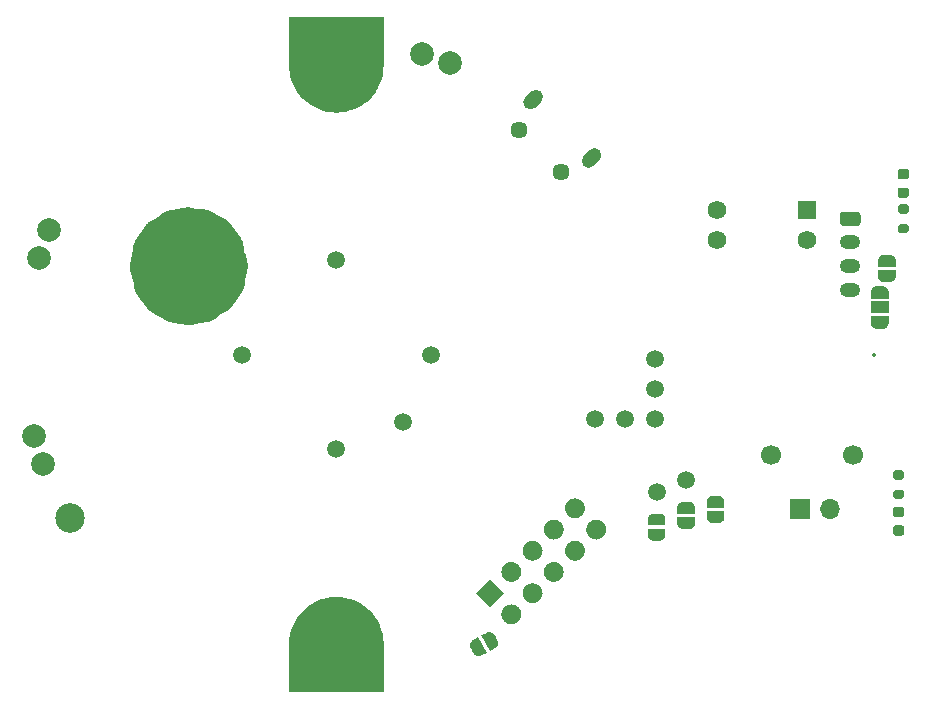
<source format=gts>
%TF.GenerationSoftware,KiCad,Pcbnew,5.1.10-88a1d61d58~88~ubuntu18.04.1*%
%TF.CreationDate,2021-09-10T11:39:44+10:00*%
%TF.ProjectId,Rockling,526f636b-6c69-46e6-972e-6b696361645f,rev?*%
%TF.SameCoordinates,PX42c1d80PY7bfa480*%
%TF.FileFunction,Soldermask,Top*%
%TF.FilePolarity,Negative*%
%FSLAX46Y46*%
G04 Gerber Fmt 4.6, Leading zero omitted, Abs format (unit mm)*
G04 Created by KiCad (PCBNEW 5.1.10-88a1d61d58~88~ubuntu18.04.1) date 2021-09-10 11:39:44*
%MOMM*%
%LPD*%
G01*
G04 APERTURE LIST*
%ADD10C,5.000000*%
%ADD11C,0.100000*%
%ADD12C,1.500000*%
%ADD13C,2.000000*%
%ADD14O,1.700000X1.700000*%
%ADD15R,1.700000X1.700000*%
%ADD16C,2.500000*%
%ADD17R,1.500000X1.000000*%
%ADD18C,0.350000*%
%ADD19C,1.580000*%
%ADD20R,1.580000X1.580000*%
%ADD21C,1.700000*%
%ADD22C,1.450000*%
%ADD23O,1.750000X1.200000*%
G04 APERTURE END LIST*
D10*
%TO.C,D101*%
X20000000Y37500000D02*
G75*
G03*
X20000000Y37500000I-2500000J0D01*
G01*
%TD*%
D11*
%TO.C,JP1*%
G36*
X75850000Y37450000D02*
G01*
X75850000Y37950000D01*
X75850602Y37950000D01*
X75850602Y37974534D01*
X75855412Y38023365D01*
X75864984Y38071490D01*
X75879228Y38118445D01*
X75898005Y38163778D01*
X75921136Y38207051D01*
X75948396Y38247850D01*
X75979524Y38285779D01*
X76014221Y38320476D01*
X76052150Y38351604D01*
X76092949Y38378864D01*
X76136222Y38401995D01*
X76181555Y38420772D01*
X76228510Y38435016D01*
X76276635Y38444588D01*
X76325466Y38449398D01*
X76350000Y38449398D01*
X76350000Y38450000D01*
X76850000Y38450000D01*
X76850000Y38449398D01*
X76874534Y38449398D01*
X76923365Y38444588D01*
X76971490Y38435016D01*
X77018445Y38420772D01*
X77063778Y38401995D01*
X77107051Y38378864D01*
X77147850Y38351604D01*
X77185779Y38320476D01*
X77220476Y38285779D01*
X77251604Y38247850D01*
X77278864Y38207051D01*
X77301995Y38163778D01*
X77320772Y38118445D01*
X77335016Y38071490D01*
X77344588Y38023365D01*
X77349398Y37974534D01*
X77349398Y37950000D01*
X77350000Y37950000D01*
X77350000Y37450000D01*
X75850000Y37450000D01*
G37*
G36*
X77349398Y36650000D02*
G01*
X77349398Y36625466D01*
X77344588Y36576635D01*
X77335016Y36528510D01*
X77320772Y36481555D01*
X77301995Y36436222D01*
X77278864Y36392949D01*
X77251604Y36352150D01*
X77220476Y36314221D01*
X77185779Y36279524D01*
X77147850Y36248396D01*
X77107051Y36221136D01*
X77063778Y36198005D01*
X77018445Y36179228D01*
X76971490Y36164984D01*
X76923365Y36155412D01*
X76874534Y36150602D01*
X76850000Y36150602D01*
X76850000Y36150000D01*
X76350000Y36150000D01*
X76350000Y36150602D01*
X76325466Y36150602D01*
X76276635Y36155412D01*
X76228510Y36164984D01*
X76181555Y36179228D01*
X76136222Y36198005D01*
X76092949Y36221136D01*
X76052150Y36248396D01*
X76014221Y36279524D01*
X75979524Y36314221D01*
X75948396Y36352150D01*
X75921136Y36392949D01*
X75898005Y36436222D01*
X75879228Y36481555D01*
X75864984Y36528510D01*
X75855412Y36576635D01*
X75850602Y36625466D01*
X75850602Y36650000D01*
X75850000Y36650000D01*
X75850000Y37150000D01*
X77350000Y37150000D01*
X77350000Y36650000D01*
X77349398Y36650000D01*
G37*
%TD*%
%TO.C,R4*%
G36*
G01*
X77725000Y41075000D02*
X78275000Y41075000D01*
G75*
G02*
X78475000Y40875000I0J-200000D01*
G01*
X78475000Y40475000D01*
G75*
G02*
X78275000Y40275000I-200000J0D01*
G01*
X77725000Y40275000D01*
G75*
G02*
X77525000Y40475000I0J200000D01*
G01*
X77525000Y40875000D01*
G75*
G02*
X77725000Y41075000I200000J0D01*
G01*
G37*
G36*
G01*
X77725000Y42725000D02*
X78275000Y42725000D01*
G75*
G02*
X78475000Y42525000I0J-200000D01*
G01*
X78475000Y42125000D01*
G75*
G02*
X78275000Y41925000I-200000J0D01*
G01*
X77725000Y41925000D01*
G75*
G02*
X77525000Y42125000I0J200000D01*
G01*
X77525000Y42525000D01*
G75*
G02*
X77725000Y42725000I200000J0D01*
G01*
G37*
%TD*%
%TO.C,D2*%
G36*
G01*
X77743750Y44150000D02*
X78256250Y44150000D01*
G75*
G02*
X78475000Y43931250I0J-218750D01*
G01*
X78475000Y43493750D01*
G75*
G02*
X78256250Y43275000I-218750J0D01*
G01*
X77743750Y43275000D01*
G75*
G02*
X77525000Y43493750I0J218750D01*
G01*
X77525000Y43931250D01*
G75*
G02*
X77743750Y44150000I218750J0D01*
G01*
G37*
G36*
G01*
X77743750Y45725000D02*
X78256250Y45725000D01*
G75*
G02*
X78475000Y45506250I0J-218750D01*
G01*
X78475000Y45068750D01*
G75*
G02*
X78256250Y44850000I-218750J0D01*
G01*
X77743750Y44850000D01*
G75*
G02*
X77525000Y45068750I0J218750D01*
G01*
X77525000Y45506250D01*
G75*
G02*
X77743750Y45725000I218750J0D01*
G01*
G37*
%TD*%
D12*
%TO.C,TP102*%
X22000000Y30000000D03*
%TD*%
%TO.C,TP802*%
X30000000Y38000000D03*
%TD*%
%TO.C,TP801*%
X30000000Y22000000D03*
%TD*%
%TO.C,TP5*%
X57000000Y29670000D03*
%TD*%
%TO.C,TP4*%
X51920000Y24590000D03*
%TD*%
%TO.C,TP3*%
X54460000Y24590000D03*
%TD*%
%TO.C,TP2*%
X57000000Y27130000D03*
%TD*%
%TO.C,TP1*%
X57000000Y24590000D03*
%TD*%
%TO.C,TP105*%
X59600000Y19400000D03*
%TD*%
%TO.C,TP104*%
X57100000Y18400000D03*
%TD*%
%TO.C,TP103*%
X38000000Y30000000D03*
%TD*%
%TO.C,TP101*%
X35657000Y24343000D03*
%TD*%
D13*
%TO.C,Sp506*%
X4406800Y23127000D03*
%TD*%
%TO.C,Sp505*%
X37230000Y55494600D03*
%TD*%
%TO.C,Sp504*%
X5182300Y20708000D03*
%TD*%
%TO.C,Sp503*%
X5684100Y40535100D03*
%TD*%
%TO.C,Sp501*%
X39638000Y54685300D03*
%TD*%
%TO.C,Sp1*%
X4787200Y38158800D03*
%TD*%
%TO.C,R3*%
G36*
G01*
X77875000Y19425000D02*
X77325000Y19425000D01*
G75*
G02*
X77125000Y19625000I0J200000D01*
G01*
X77125000Y20025000D01*
G75*
G02*
X77325000Y20225000I200000J0D01*
G01*
X77875000Y20225000D01*
G75*
G02*
X78075000Y20025000I0J-200000D01*
G01*
X78075000Y19625000D01*
G75*
G02*
X77875000Y19425000I-200000J0D01*
G01*
G37*
G36*
G01*
X77875000Y17775000D02*
X77325000Y17775000D01*
G75*
G02*
X77125000Y17975000I0J200000D01*
G01*
X77125000Y18375000D01*
G75*
G02*
X77325000Y18575000I200000J0D01*
G01*
X77875000Y18575000D01*
G75*
G02*
X78075000Y18375000I0J-200000D01*
G01*
X78075000Y17975000D01*
G75*
G02*
X77875000Y17775000I-200000J0D01*
G01*
G37*
%TD*%
%TO.C,D1*%
G36*
G01*
X77856250Y16250000D02*
X77343750Y16250000D01*
G75*
G02*
X77125000Y16468750I0J218750D01*
G01*
X77125000Y16906250D01*
G75*
G02*
X77343750Y17125000I218750J0D01*
G01*
X77856250Y17125000D01*
G75*
G02*
X78075000Y16906250I0J-218750D01*
G01*
X78075000Y16468750D01*
G75*
G02*
X77856250Y16250000I-218750J0D01*
G01*
G37*
G36*
G01*
X77856250Y14675000D02*
X77343750Y14675000D01*
G75*
G02*
X77125000Y14893750I0J218750D01*
G01*
X77125000Y15331250D01*
G75*
G02*
X77343750Y15550000I218750J0D01*
G01*
X77856250Y15550000D01*
G75*
G02*
X78075000Y15331250I0J-218750D01*
G01*
X78075000Y14893750D01*
G75*
G02*
X77856250Y14675000I-218750J0D01*
G01*
G37*
%TD*%
D14*
%TO.C,P1*%
X71790000Y16970000D03*
D15*
X69250000Y16970000D03*
%TD*%
D11*
%TO.C,JP302*%
G36*
X42277905Y4533164D02*
G01*
X42256243Y4521646D01*
X42210869Y4502968D01*
X42163884Y4488826D01*
X42115738Y4479359D01*
X42066896Y4474656D01*
X42017829Y4474764D01*
X41969008Y4479679D01*
X41920905Y4489357D01*
X41873980Y4503703D01*
X41828689Y4522579D01*
X41785466Y4545804D01*
X41744727Y4573153D01*
X41706865Y4604364D01*
X41672244Y4639136D01*
X41641199Y4677134D01*
X41614028Y4717991D01*
X41602510Y4739653D01*
X41601978Y4739370D01*
X41367242Y5180844D01*
X41367774Y5181127D01*
X41356256Y5202789D01*
X41337578Y5248162D01*
X41323436Y5295148D01*
X41313969Y5343294D01*
X41309266Y5392136D01*
X41309374Y5441203D01*
X41314289Y5490024D01*
X41323967Y5538127D01*
X41338313Y5585052D01*
X41357189Y5630343D01*
X41380414Y5673566D01*
X41407763Y5714305D01*
X41438974Y5752167D01*
X41473746Y5786788D01*
X41511744Y5817832D01*
X41552601Y5845004D01*
X41574263Y5856522D01*
X41573980Y5857054D01*
X42015454Y6091789D01*
X42719661Y4767368D01*
X42278188Y4532632D01*
X42277905Y4533164D01*
G37*
G36*
X42280339Y6232632D02*
G01*
X42721812Y6467368D01*
X42722095Y6466836D01*
X42743757Y6478354D01*
X42789131Y6497032D01*
X42836116Y6511174D01*
X42884262Y6520641D01*
X42933104Y6525344D01*
X42982171Y6525236D01*
X43030992Y6520321D01*
X43079095Y6510643D01*
X43126020Y6496297D01*
X43171311Y6477421D01*
X43214534Y6454196D01*
X43255273Y6426847D01*
X43293135Y6395636D01*
X43327756Y6360864D01*
X43358801Y6322866D01*
X43385972Y6282009D01*
X43397490Y6260347D01*
X43398022Y6260630D01*
X43632758Y5819156D01*
X43632226Y5818873D01*
X43643744Y5797211D01*
X43662422Y5751838D01*
X43676564Y5704852D01*
X43686031Y5656706D01*
X43690734Y5607864D01*
X43690626Y5558797D01*
X43685711Y5509976D01*
X43676033Y5461873D01*
X43661687Y5414948D01*
X43642811Y5369657D01*
X43619586Y5326434D01*
X43592237Y5285695D01*
X43561026Y5247833D01*
X43526254Y5213212D01*
X43488256Y5182168D01*
X43447399Y5154996D01*
X43425737Y5143478D01*
X43426020Y5142946D01*
X42984546Y4908211D01*
X42280339Y6232632D01*
G37*
%TD*%
%TO.C,JP301*%
G36*
X61350000Y17050000D02*
G01*
X61350000Y17550000D01*
X61350602Y17550000D01*
X61350602Y17574534D01*
X61355412Y17623365D01*
X61364984Y17671490D01*
X61379228Y17718445D01*
X61398005Y17763778D01*
X61421136Y17807051D01*
X61448396Y17847850D01*
X61479524Y17885779D01*
X61514221Y17920476D01*
X61552150Y17951604D01*
X61592949Y17978864D01*
X61636222Y18001995D01*
X61681555Y18020772D01*
X61728510Y18035016D01*
X61776635Y18044588D01*
X61825466Y18049398D01*
X61850000Y18049398D01*
X61850000Y18050000D01*
X62350000Y18050000D01*
X62350000Y18049398D01*
X62374534Y18049398D01*
X62423365Y18044588D01*
X62471490Y18035016D01*
X62518445Y18020772D01*
X62563778Y18001995D01*
X62607051Y17978864D01*
X62647850Y17951604D01*
X62685779Y17920476D01*
X62720476Y17885779D01*
X62751604Y17847850D01*
X62778864Y17807051D01*
X62801995Y17763778D01*
X62820772Y17718445D01*
X62835016Y17671490D01*
X62844588Y17623365D01*
X62849398Y17574534D01*
X62849398Y17550000D01*
X62850000Y17550000D01*
X62850000Y17050000D01*
X61350000Y17050000D01*
G37*
G36*
X62849398Y16250000D02*
G01*
X62849398Y16225466D01*
X62844588Y16176635D01*
X62835016Y16128510D01*
X62820772Y16081555D01*
X62801995Y16036222D01*
X62778864Y15992949D01*
X62751604Y15952150D01*
X62720476Y15914221D01*
X62685779Y15879524D01*
X62647850Y15848396D01*
X62607051Y15821136D01*
X62563778Y15798005D01*
X62518445Y15779228D01*
X62471490Y15764984D01*
X62423365Y15755412D01*
X62374534Y15750602D01*
X62350000Y15750602D01*
X62350000Y15750000D01*
X61850000Y15750000D01*
X61850000Y15750602D01*
X61825466Y15750602D01*
X61776635Y15755412D01*
X61728510Y15764984D01*
X61681555Y15779228D01*
X61636222Y15798005D01*
X61592949Y15821136D01*
X61552150Y15848396D01*
X61514221Y15879524D01*
X61479524Y15914221D01*
X61448396Y15952150D01*
X61421136Y15992949D01*
X61398005Y16036222D01*
X61379228Y16081555D01*
X61364984Y16128510D01*
X61355412Y16176635D01*
X61350602Y16225466D01*
X61350602Y16250000D01*
X61350000Y16250000D01*
X61350000Y16750000D01*
X62850000Y16750000D01*
X62850000Y16250000D01*
X62849398Y16250000D01*
G37*
%TD*%
%TO.C,JP104*%
G36*
X60349398Y15750000D02*
G01*
X60349398Y15725466D01*
X60344588Y15676635D01*
X60335016Y15628510D01*
X60320772Y15581555D01*
X60301995Y15536222D01*
X60278864Y15492949D01*
X60251604Y15452150D01*
X60220476Y15414221D01*
X60185779Y15379524D01*
X60147850Y15348396D01*
X60107051Y15321136D01*
X60063778Y15298005D01*
X60018445Y15279228D01*
X59971490Y15264984D01*
X59923365Y15255412D01*
X59874534Y15250602D01*
X59850000Y15250602D01*
X59850000Y15250000D01*
X59350000Y15250000D01*
X59350000Y15250602D01*
X59325466Y15250602D01*
X59276635Y15255412D01*
X59228510Y15264984D01*
X59181555Y15279228D01*
X59136222Y15298005D01*
X59092949Y15321136D01*
X59052150Y15348396D01*
X59014221Y15379524D01*
X58979524Y15414221D01*
X58948396Y15452150D01*
X58921136Y15492949D01*
X58898005Y15536222D01*
X58879228Y15581555D01*
X58864984Y15628510D01*
X58855412Y15676635D01*
X58850602Y15725466D01*
X58850602Y15750000D01*
X58850000Y15750000D01*
X58850000Y16250000D01*
X60350000Y16250000D01*
X60350000Y15750000D01*
X60349398Y15750000D01*
G37*
G36*
X58850000Y16550000D02*
G01*
X58850000Y17050000D01*
X58850602Y17050000D01*
X58850602Y17074534D01*
X58855412Y17123365D01*
X58864984Y17171490D01*
X58879228Y17218445D01*
X58898005Y17263778D01*
X58921136Y17307051D01*
X58948396Y17347850D01*
X58979524Y17385779D01*
X59014221Y17420476D01*
X59052150Y17451604D01*
X59092949Y17478864D01*
X59136222Y17501995D01*
X59181555Y17520772D01*
X59228510Y17535016D01*
X59276635Y17544588D01*
X59325466Y17549398D01*
X59350000Y17549398D01*
X59350000Y17550000D01*
X59850000Y17550000D01*
X59850000Y17549398D01*
X59874534Y17549398D01*
X59923365Y17544588D01*
X59971490Y17535016D01*
X60018445Y17520772D01*
X60063778Y17501995D01*
X60107051Y17478864D01*
X60147850Y17451604D01*
X60185779Y17420476D01*
X60220476Y17385779D01*
X60251604Y17347850D01*
X60278864Y17307051D01*
X60301995Y17263778D01*
X60320772Y17218445D01*
X60335016Y17171490D01*
X60344588Y17123365D01*
X60349398Y17074534D01*
X60349398Y17050000D01*
X60350000Y17050000D01*
X60350000Y16550000D01*
X58850000Y16550000D01*
G37*
%TD*%
%TO.C,JP103*%
G36*
X57849398Y14750000D02*
G01*
X57849398Y14725466D01*
X57844588Y14676635D01*
X57835016Y14628510D01*
X57820772Y14581555D01*
X57801995Y14536222D01*
X57778864Y14492949D01*
X57751604Y14452150D01*
X57720476Y14414221D01*
X57685779Y14379524D01*
X57647850Y14348396D01*
X57607051Y14321136D01*
X57563778Y14298005D01*
X57518445Y14279228D01*
X57471490Y14264984D01*
X57423365Y14255412D01*
X57374534Y14250602D01*
X57350000Y14250602D01*
X57350000Y14250000D01*
X56850000Y14250000D01*
X56850000Y14250602D01*
X56825466Y14250602D01*
X56776635Y14255412D01*
X56728510Y14264984D01*
X56681555Y14279228D01*
X56636222Y14298005D01*
X56592949Y14321136D01*
X56552150Y14348396D01*
X56514221Y14379524D01*
X56479524Y14414221D01*
X56448396Y14452150D01*
X56421136Y14492949D01*
X56398005Y14536222D01*
X56379228Y14581555D01*
X56364984Y14628510D01*
X56355412Y14676635D01*
X56350602Y14725466D01*
X56350602Y14750000D01*
X56350000Y14750000D01*
X56350000Y15250000D01*
X57850000Y15250000D01*
X57850000Y14750000D01*
X57849398Y14750000D01*
G37*
G36*
X56350000Y15550000D02*
G01*
X56350000Y16050000D01*
X56350602Y16050000D01*
X56350602Y16074534D01*
X56355412Y16123365D01*
X56364984Y16171490D01*
X56379228Y16218445D01*
X56398005Y16263778D01*
X56421136Y16307051D01*
X56448396Y16347850D01*
X56479524Y16385779D01*
X56514221Y16420476D01*
X56552150Y16451604D01*
X56592949Y16478864D01*
X56636222Y16501995D01*
X56681555Y16520772D01*
X56728510Y16535016D01*
X56776635Y16544588D01*
X56825466Y16549398D01*
X56850000Y16549398D01*
X56850000Y16550000D01*
X57350000Y16550000D01*
X57350000Y16549398D01*
X57374534Y16549398D01*
X57423365Y16544588D01*
X57471490Y16535016D01*
X57518445Y16520772D01*
X57563778Y16501995D01*
X57607051Y16478864D01*
X57647850Y16451604D01*
X57685779Y16420476D01*
X57720476Y16385779D01*
X57751604Y16347850D01*
X57778864Y16307051D01*
X57801995Y16263778D01*
X57820772Y16218445D01*
X57835016Y16171490D01*
X57844588Y16123365D01*
X57849398Y16074534D01*
X57849398Y16050000D01*
X57850000Y16050000D01*
X57850000Y15550000D01*
X56350000Y15550000D01*
G37*
%TD*%
D16*
%TO.C,GROUND101*%
X7408200Y16149000D03*
%TD*%
D11*
%TO.C,JP102*%
G36*
X75250602Y35300000D02*
G01*
X75250602Y35324534D01*
X75255412Y35373365D01*
X75264984Y35421490D01*
X75279228Y35468445D01*
X75298005Y35513778D01*
X75321136Y35557051D01*
X75348396Y35597850D01*
X75379524Y35635779D01*
X75414221Y35670476D01*
X75452150Y35701604D01*
X75492949Y35728864D01*
X75536222Y35751995D01*
X75581555Y35770772D01*
X75628510Y35785016D01*
X75676635Y35794588D01*
X75725466Y35799398D01*
X75750000Y35799398D01*
X75750000Y35800000D01*
X76250000Y35800000D01*
X76250000Y35799398D01*
X76274534Y35799398D01*
X76323365Y35794588D01*
X76371490Y35785016D01*
X76418445Y35770772D01*
X76463778Y35751995D01*
X76507051Y35728864D01*
X76547850Y35701604D01*
X76585779Y35670476D01*
X76620476Y35635779D01*
X76651604Y35597850D01*
X76678864Y35557051D01*
X76701995Y35513778D01*
X76720772Y35468445D01*
X76735016Y35421490D01*
X76744588Y35373365D01*
X76749398Y35324534D01*
X76749398Y35300000D01*
X76750000Y35300000D01*
X76750000Y34750000D01*
X75250000Y34750000D01*
X75250000Y35300000D01*
X75250602Y35300000D01*
G37*
D17*
X76000000Y34000000D03*
D11*
G36*
X76750000Y33250000D02*
G01*
X76750000Y32700000D01*
X76749398Y32700000D01*
X76749398Y32675466D01*
X76744588Y32626635D01*
X76735016Y32578510D01*
X76720772Y32531555D01*
X76701995Y32486222D01*
X76678864Y32442949D01*
X76651604Y32402150D01*
X76620476Y32364221D01*
X76585779Y32329524D01*
X76547850Y32298396D01*
X76507051Y32271136D01*
X76463778Y32248005D01*
X76418445Y32229228D01*
X76371490Y32214984D01*
X76323365Y32205412D01*
X76274534Y32200602D01*
X76250000Y32200602D01*
X76250000Y32200000D01*
X75750000Y32200000D01*
X75750000Y32200602D01*
X75725466Y32200602D01*
X75676635Y32205412D01*
X75628510Y32214984D01*
X75581555Y32229228D01*
X75536222Y32248005D01*
X75492949Y32271136D01*
X75452150Y32298396D01*
X75414221Y32329524D01*
X75379524Y32364221D01*
X75348396Y32402150D01*
X75321136Y32442949D01*
X75298005Y32486222D01*
X75279228Y32531555D01*
X75264984Y32578510D01*
X75255412Y32626635D01*
X75250602Y32675466D01*
X75250602Y32700000D01*
X75250000Y32700000D01*
X75250000Y33250000D01*
X76750000Y33250000D01*
G37*
%TD*%
D18*
%TO.C,U101*%
X75484500Y30000000D03*
%TD*%
D19*
%TO.C,S101*%
X62190000Y39730000D03*
X69810000Y39730000D03*
X62190000Y42270000D03*
D20*
X69810000Y42270000D03*
%TD*%
D21*
%TO.C,J106*%
X66760000Y21500000D03*
X73760000Y21500000D03*
%TD*%
D11*
%TO.C,J102*%
G36*
X30357654Y9483860D02*
G01*
X30357656Y9483860D01*
X30359049Y9483792D01*
X30363217Y9483354D01*
X30367384Y9482975D01*
X30744704Y9429946D01*
X30746085Y9429742D01*
X30750211Y9428895D01*
X30754301Y9428115D01*
X31124641Y9338521D01*
X31124646Y9338520D01*
X31124652Y9338518D01*
X31125999Y9338182D01*
X31129976Y9336951D01*
X31134018Y9335762D01*
X31493846Y9210456D01*
X31493852Y9210454D01*
X31493859Y9210451D01*
X31495167Y9209985D01*
X31498997Y9208375D01*
X31502910Y9206794D01*
X31848792Y9046974D01*
X31848800Y9046971D01*
X31848809Y9046966D01*
X31850062Y9046376D01*
X31853748Y9044384D01*
X31857457Y9042444D01*
X32186091Y8849636D01*
X32186100Y8849631D01*
X32186110Y8849624D01*
X32187298Y8848916D01*
X32190719Y8846609D01*
X32194275Y8844282D01*
X32502533Y8620319D01*
X32503656Y8619490D01*
X32506852Y8616846D01*
X32510147Y8614197D01*
X32795079Y8361223D01*
X32796116Y8360288D01*
X32799052Y8357332D01*
X32802059Y8354387D01*
X33060946Y8074815D01*
X33061887Y8073784D01*
X33064534Y8070539D01*
X33067226Y8067331D01*
X33297595Y7763831D01*
X33298431Y7762713D01*
X33300728Y7759255D01*
X33303115Y7755770D01*
X33502768Y7431238D01*
X33503491Y7430043D01*
X33505467Y7426327D01*
X33507474Y7422676D01*
X33674502Y7080218D01*
X33674507Y7080210D01*
X33674511Y7080200D01*
X33675109Y7078951D01*
X33676700Y7075091D01*
X33678355Y7071230D01*
X33811167Y6714110D01*
X33811172Y6714099D01*
X33811176Y6714085D01*
X33811648Y6712788D01*
X33812855Y6708791D01*
X33814125Y6704787D01*
X33911454Y6336413D01*
X33911458Y6336399D01*
X33911462Y6336382D01*
X33911804Y6335048D01*
X33912607Y6330994D01*
X33913489Y6326843D01*
X33974408Y5950717D01*
X33974621Y5949338D01*
X33975028Y5945189D01*
X33975497Y5941008D01*
X33999422Y5560731D01*
X33999499Y5559337D01*
X33999499Y5557254D01*
X33999617Y5555150D01*
X33999997Y5500698D01*
X33999997Y5500050D01*
X33999999Y5500000D01*
X34000000Y1500000D01*
X33999995Y1499363D01*
X33999998Y1499302D01*
X33999995Y1499241D01*
X33999990Y1498604D01*
X33999707Y1494098D01*
X33999452Y1489547D01*
X33999399Y1489206D01*
X33999377Y1488853D01*
X33998651Y1484372D01*
X33997958Y1479892D01*
X33997870Y1479551D01*
X33997815Y1479209D01*
X33996666Y1474861D01*
X33995528Y1470429D01*
X33995408Y1470098D01*
X33995319Y1469763D01*
X33993732Y1465495D01*
X33992186Y1461248D01*
X33992037Y1460938D01*
X33991914Y1460606D01*
X33989905Y1456488D01*
X33987965Y1452438D01*
X33987785Y1452141D01*
X33987631Y1451825D01*
X33985254Y1447961D01*
X33982904Y1444081D01*
X33982694Y1443800D01*
X33982511Y1443503D01*
X33979759Y1439878D01*
X33977051Y1436258D01*
X33976818Y1436002D01*
X33976604Y1435721D01*
X33973508Y1432378D01*
X33970463Y1429043D01*
X33970203Y1428809D01*
X33969966Y1428553D01*
X33966570Y1425538D01*
X33963203Y1422506D01*
X33962923Y1422300D01*
X33962660Y1422066D01*
X33958994Y1419403D01*
X33955339Y1416708D01*
X33955036Y1416527D01*
X33954756Y1416324D01*
X33950883Y1414051D01*
X33946947Y1411705D01*
X33946628Y1411555D01*
X33946330Y1411380D01*
X33942268Y1409503D01*
X33938107Y1407545D01*
X33937772Y1407426D01*
X33937461Y1407282D01*
X33933243Y1405813D01*
X33928903Y1404268D01*
X33928559Y1404182D01*
X33928234Y1404069D01*
X33923869Y1403013D01*
X33919423Y1401904D01*
X33919076Y1401853D01*
X33918738Y1401771D01*
X33914301Y1401148D01*
X33909758Y1400477D01*
X33909402Y1400460D01*
X33909063Y1400412D01*
X33904553Y1400223D01*
X33900000Y1400000D01*
X26100000Y1400000D01*
X26099363Y1400005D01*
X26099302Y1400002D01*
X26099241Y1400005D01*
X26098604Y1400010D01*
X26094098Y1400293D01*
X26089547Y1400548D01*
X26089206Y1400601D01*
X26088853Y1400623D01*
X26084372Y1401349D01*
X26079892Y1402042D01*
X26079551Y1402130D01*
X26079209Y1402185D01*
X26074861Y1403334D01*
X26070429Y1404472D01*
X26070098Y1404592D01*
X26069763Y1404681D01*
X26065495Y1406268D01*
X26061248Y1407814D01*
X26060938Y1407963D01*
X26060606Y1408086D01*
X26056488Y1410095D01*
X26052438Y1412035D01*
X26052141Y1412215D01*
X26051825Y1412369D01*
X26047961Y1414746D01*
X26044081Y1417096D01*
X26043800Y1417306D01*
X26043503Y1417489D01*
X26039878Y1420241D01*
X26036258Y1422949D01*
X26036002Y1423182D01*
X26035721Y1423396D01*
X26032378Y1426492D01*
X26029043Y1429537D01*
X26028809Y1429797D01*
X26028553Y1430034D01*
X26025538Y1433430D01*
X26022506Y1436797D01*
X26022300Y1437077D01*
X26022066Y1437340D01*
X26019403Y1441006D01*
X26016708Y1444661D01*
X26016527Y1444964D01*
X26016324Y1445244D01*
X26014051Y1449117D01*
X26011705Y1453053D01*
X26011555Y1453372D01*
X26011380Y1453670D01*
X26009503Y1457732D01*
X26007545Y1461893D01*
X26007426Y1462228D01*
X26007282Y1462539D01*
X26005813Y1466757D01*
X26004268Y1471097D01*
X26004182Y1471441D01*
X26004069Y1471766D01*
X26003013Y1476131D01*
X26001904Y1480577D01*
X26001853Y1480924D01*
X26001771Y1481262D01*
X26001148Y1485699D01*
X26000477Y1490242D01*
X26000460Y1490598D01*
X26000412Y1490937D01*
X26000223Y1495447D01*
X26000000Y1500000D01*
X26000000Y5500000D01*
X26000010Y5501396D01*
X26000120Y5503146D01*
X26000120Y5504885D01*
X26018733Y5885458D01*
X26018812Y5886852D01*
X26019276Y5890996D01*
X26019687Y5895181D01*
X26075349Y6272123D01*
X26075563Y6273502D01*
X26076424Y6277553D01*
X26077246Y6281706D01*
X26169425Y6651416D01*
X26169773Y6652768D01*
X26171025Y6656715D01*
X26172249Y6660769D01*
X26300065Y7019719D01*
X26300543Y7021031D01*
X26302176Y7024842D01*
X26303788Y7028752D01*
X26466022Y7373517D01*
X26466626Y7374776D01*
X26468640Y7378440D01*
X26470609Y7382143D01*
X26665712Y7709431D01*
X26666436Y7710625D01*
X26668803Y7714083D01*
X26671119Y7717568D01*
X26897228Y8024256D01*
X26898064Y8025374D01*
X26900784Y8028616D01*
X26903403Y8031827D01*
X27006572Y8146409D01*
X27275699Y8146409D01*
X27339382Y8210092D01*
X27303713Y8177521D01*
X27275699Y8146409D01*
X27006572Y8146409D01*
X27158360Y8314986D01*
X27159302Y8316017D01*
X27162304Y8318957D01*
X27165245Y8321919D01*
X27446617Y8578847D01*
X27447655Y8579781D01*
X27450914Y8582401D01*
X27454145Y8585074D01*
X27759233Y8813310D01*
X27759246Y8813320D01*
X27759262Y8813331D01*
X27760369Y8814147D01*
X27763878Y8816444D01*
X27767345Y8818782D01*
X28093263Y9016165D01*
X28093264Y9016166D01*
X28093275Y9016172D01*
X28094462Y9016880D01*
X28098202Y9018836D01*
X28101858Y9020812D01*
X28445465Y9185440D01*
X28445481Y9185449D01*
X28445501Y9185457D01*
X28446745Y9186042D01*
X28450596Y9187598D01*
X28454488Y9189234D01*
X28812519Y9319548D01*
X28812537Y9319555D01*
X28812559Y9319562D01*
X28813852Y9320022D01*
X28817836Y9321195D01*
X28821870Y9322443D01*
X29190903Y9417194D01*
X29190927Y9417201D01*
X29190955Y9417207D01*
X29192282Y9417538D01*
X29196364Y9418317D01*
X29200497Y9419165D01*
X29577040Y9477457D01*
X29578421Y9477660D01*
X29582555Y9478036D01*
X29586757Y9478478D01*
X29967191Y9499748D01*
X29968585Y9499816D01*
X29972773Y9499787D01*
X29976961Y9499816D01*
X30357654Y9483860D01*
G37*
%TD*%
%TO.C,J101*%
G36*
X29642346Y50516140D02*
G01*
X29642344Y50516140D01*
X29640951Y50516208D01*
X29636783Y50516646D01*
X29632616Y50517025D01*
X29255296Y50570054D01*
X29253915Y50570258D01*
X29249789Y50571105D01*
X29245699Y50571885D01*
X28875359Y50661479D01*
X28875354Y50661480D01*
X28875348Y50661482D01*
X28874001Y50661818D01*
X28870024Y50663049D01*
X28865982Y50664238D01*
X28506154Y50789544D01*
X28506148Y50789546D01*
X28506141Y50789549D01*
X28504833Y50790015D01*
X28501003Y50791625D01*
X28497090Y50793206D01*
X28151208Y50953026D01*
X28151200Y50953029D01*
X28151191Y50953034D01*
X28149938Y50953624D01*
X28146252Y50955616D01*
X28142543Y50957556D01*
X27813909Y51150364D01*
X27813900Y51150369D01*
X27813890Y51150376D01*
X27812702Y51151084D01*
X27809281Y51153391D01*
X27805725Y51155718D01*
X27497467Y51379681D01*
X27496344Y51380510D01*
X27493148Y51383154D01*
X27489853Y51385803D01*
X27204921Y51638777D01*
X27203884Y51639712D01*
X27200948Y51642668D01*
X27197941Y51645613D01*
X26939054Y51925185D01*
X26938113Y51926216D01*
X26935466Y51929461D01*
X26932774Y51932669D01*
X26702405Y52236169D01*
X26701569Y52237287D01*
X26699272Y52240745D01*
X26696885Y52244230D01*
X26497232Y52568762D01*
X26496509Y52569957D01*
X26494533Y52573673D01*
X26492526Y52577324D01*
X26325498Y52919782D01*
X26325493Y52919790D01*
X26325489Y52919800D01*
X26324891Y52921049D01*
X26323300Y52924909D01*
X26321645Y52928770D01*
X26188833Y53285890D01*
X26188828Y53285901D01*
X26188824Y53285915D01*
X26188352Y53287212D01*
X26187145Y53291209D01*
X26185875Y53295213D01*
X26088546Y53663587D01*
X26088542Y53663601D01*
X26088538Y53663618D01*
X26088196Y53664952D01*
X26087393Y53669006D01*
X26086511Y53673157D01*
X26025592Y54049283D01*
X26025379Y54050662D01*
X26024972Y54054811D01*
X26024503Y54058992D01*
X26000578Y54439269D01*
X26000501Y54440663D01*
X26000501Y54442746D01*
X26000383Y54444850D01*
X26000003Y54499302D01*
X26000003Y54499950D01*
X26000001Y54500000D01*
X26000000Y58500000D01*
X26000005Y58500637D01*
X26000002Y58500698D01*
X26000005Y58500759D01*
X26000010Y58501396D01*
X26000293Y58505902D01*
X26000548Y58510453D01*
X26000601Y58510794D01*
X26000623Y58511147D01*
X26001349Y58515628D01*
X26002042Y58520108D01*
X26002130Y58520449D01*
X26002185Y58520791D01*
X26003334Y58525139D01*
X26004472Y58529571D01*
X26004592Y58529902D01*
X26004681Y58530237D01*
X26006268Y58534505D01*
X26007814Y58538752D01*
X26007963Y58539062D01*
X26008086Y58539394D01*
X26010095Y58543512D01*
X26012035Y58547562D01*
X26012215Y58547859D01*
X26012369Y58548175D01*
X26014746Y58552039D01*
X26017096Y58555919D01*
X26017306Y58556200D01*
X26017489Y58556497D01*
X26020241Y58560122D01*
X26022949Y58563742D01*
X26023182Y58563998D01*
X26023396Y58564279D01*
X26026492Y58567622D01*
X26029537Y58570957D01*
X26029797Y58571191D01*
X26030034Y58571447D01*
X26033430Y58574462D01*
X26036797Y58577494D01*
X26037077Y58577700D01*
X26037340Y58577934D01*
X26041006Y58580597D01*
X26044661Y58583292D01*
X26044964Y58583473D01*
X26045244Y58583676D01*
X26049117Y58585949D01*
X26053053Y58588295D01*
X26053372Y58588445D01*
X26053670Y58588620D01*
X26057732Y58590497D01*
X26061893Y58592455D01*
X26062228Y58592574D01*
X26062539Y58592718D01*
X26066757Y58594187D01*
X26071097Y58595732D01*
X26071441Y58595818D01*
X26071766Y58595931D01*
X26076131Y58596987D01*
X26080577Y58598096D01*
X26080924Y58598147D01*
X26081262Y58598229D01*
X26085699Y58598852D01*
X26090242Y58599523D01*
X26090598Y58599540D01*
X26090937Y58599588D01*
X26095447Y58599777D01*
X26100000Y58600000D01*
X33900000Y58600000D01*
X33900637Y58599995D01*
X33900698Y58599998D01*
X33900759Y58599995D01*
X33901396Y58599990D01*
X33905902Y58599707D01*
X33910453Y58599452D01*
X33910794Y58599399D01*
X33911147Y58599377D01*
X33915628Y58598651D01*
X33920108Y58597958D01*
X33920449Y58597870D01*
X33920791Y58597815D01*
X33925139Y58596666D01*
X33929571Y58595528D01*
X33929902Y58595408D01*
X33930237Y58595319D01*
X33934505Y58593732D01*
X33938752Y58592186D01*
X33939062Y58592037D01*
X33939394Y58591914D01*
X33943512Y58589905D01*
X33947562Y58587965D01*
X33947859Y58587785D01*
X33948175Y58587631D01*
X33952039Y58585254D01*
X33955919Y58582904D01*
X33956200Y58582694D01*
X33956497Y58582511D01*
X33960122Y58579759D01*
X33963742Y58577051D01*
X33963998Y58576818D01*
X33964279Y58576604D01*
X33967622Y58573508D01*
X33970957Y58570463D01*
X33971191Y58570203D01*
X33971447Y58569966D01*
X33974462Y58566570D01*
X33977494Y58563203D01*
X33977700Y58562923D01*
X33977934Y58562660D01*
X33980597Y58558994D01*
X33983292Y58555339D01*
X33983473Y58555036D01*
X33983676Y58554756D01*
X33985949Y58550883D01*
X33988295Y58546947D01*
X33988445Y58546628D01*
X33988620Y58546330D01*
X33990497Y58542268D01*
X33992455Y58538107D01*
X33992574Y58537772D01*
X33992718Y58537461D01*
X33994187Y58533243D01*
X33995732Y58528903D01*
X33995818Y58528559D01*
X33995931Y58528234D01*
X33996987Y58523869D01*
X33998096Y58519423D01*
X33998147Y58519076D01*
X33998229Y58518738D01*
X33998852Y58514301D01*
X33999523Y58509758D01*
X33999540Y58509402D01*
X33999588Y58509063D01*
X33999777Y58504553D01*
X34000000Y58500000D01*
X34000000Y54500000D01*
X33999990Y54498604D01*
X33999880Y54496854D01*
X33999880Y54495115D01*
X33981267Y54114542D01*
X33981188Y54113148D01*
X33980724Y54109004D01*
X33980313Y54104819D01*
X33924651Y53727877D01*
X33924437Y53726498D01*
X33923576Y53722447D01*
X33922754Y53718294D01*
X33830575Y53348584D01*
X33830227Y53347232D01*
X33828975Y53343285D01*
X33827751Y53339231D01*
X33699935Y52980281D01*
X33699457Y52978969D01*
X33697824Y52975158D01*
X33696212Y52971248D01*
X33533978Y52626483D01*
X33533374Y52625224D01*
X33531360Y52621560D01*
X33529391Y52617857D01*
X33334288Y52290569D01*
X33333564Y52289375D01*
X33331197Y52285917D01*
X33328881Y52282432D01*
X33102772Y51975744D01*
X33101936Y51974626D01*
X33099216Y51971384D01*
X33096597Y51968173D01*
X32993428Y51853591D01*
X32724301Y51853591D01*
X32660618Y51789908D01*
X32696287Y51822479D01*
X32724301Y51853591D01*
X32993428Y51853591D01*
X32841640Y51685014D01*
X32840698Y51683983D01*
X32837696Y51681043D01*
X32834755Y51678081D01*
X32553383Y51421153D01*
X32552345Y51420219D01*
X32549086Y51417599D01*
X32545855Y51414926D01*
X32240767Y51186690D01*
X32240754Y51186680D01*
X32240738Y51186669D01*
X32239631Y51185853D01*
X32236122Y51183556D01*
X32232655Y51181218D01*
X31906737Y50983835D01*
X31906736Y50983834D01*
X31906725Y50983828D01*
X31905538Y50983120D01*
X31901798Y50981164D01*
X31898142Y50979188D01*
X31554535Y50814560D01*
X31554519Y50814551D01*
X31554499Y50814543D01*
X31553255Y50813958D01*
X31549404Y50812402D01*
X31545512Y50810766D01*
X31187481Y50680452D01*
X31187463Y50680445D01*
X31187441Y50680438D01*
X31186148Y50679978D01*
X31182164Y50678805D01*
X31178130Y50677557D01*
X30809097Y50582806D01*
X30809073Y50582799D01*
X30809045Y50582793D01*
X30807718Y50582462D01*
X30803636Y50581683D01*
X30799503Y50580835D01*
X30422960Y50522543D01*
X30421579Y50522340D01*
X30417445Y50521964D01*
X30413243Y50521522D01*
X30032809Y50500252D01*
X30031415Y50500184D01*
X30027227Y50500213D01*
X30023039Y50500184D01*
X29642346Y50516140D01*
G37*
%TD*%
%TO.C,J103*%
G36*
G01*
X50928167Y46826948D02*
X51423141Y47321922D01*
G75*
G02*
X52271669Y47321922I424264J-424264D01*
G01*
X52271669Y47321922D01*
G75*
G02*
X52271669Y46473394I-424264J-424264D01*
G01*
X51776695Y45978420D01*
G75*
G02*
X50928167Y45978420I-424264J424264D01*
G01*
X50928167Y45978420D01*
G75*
G02*
X50928167Y46826948I424264J424264D01*
G01*
G37*
G36*
G01*
X47321922Y51423141D02*
X46826948Y50928167D01*
G75*
G02*
X45978420Y50928167I-424264J424264D01*
G01*
X45978420Y50928167D01*
G75*
G02*
X45978420Y51776695I424264J424264D01*
G01*
X46473394Y52271669D01*
G75*
G02*
X47321922Y52271669I424264J-424264D01*
G01*
X47321922Y52271669D01*
G75*
G02*
X47321922Y51423141I-424264J-424264D01*
G01*
G37*
D22*
X48983623Y45448089D03*
X45448089Y48983623D03*
%TD*%
%TO.C,J104*%
G36*
G01*
X51389087Y15795118D02*
X51389087Y15795118D01*
G75*
G02*
X52591169Y15795118I601041J-601041D01*
G01*
X52591169Y15795118D01*
G75*
G02*
X52591169Y14593036I-601041J-601041D01*
G01*
X52591169Y14593036D01*
G75*
G02*
X51389087Y14593036I-601041J601041D01*
G01*
X51389087Y14593036D01*
G75*
G02*
X51389087Y15795118I601041J601041D01*
G01*
G37*
G36*
G01*
X49593036Y17591169D02*
X49593036Y17591169D01*
G75*
G02*
X50795118Y17591169I601041J-601041D01*
G01*
X50795118Y17591169D01*
G75*
G02*
X50795118Y16389087I-601041J-601041D01*
G01*
X50795118Y16389087D01*
G75*
G02*
X49593036Y16389087I-601041J601041D01*
G01*
X49593036Y16389087D01*
G75*
G02*
X49593036Y17591169I601041J601041D01*
G01*
G37*
G36*
G01*
X49593036Y13999067D02*
X49593036Y13999067D01*
G75*
G02*
X50795118Y13999067I601041J-601041D01*
G01*
X50795118Y13999067D01*
G75*
G02*
X50795118Y12796985I-601041J-601041D01*
G01*
X50795118Y12796985D01*
G75*
G02*
X49593036Y12796985I-601041J601041D01*
G01*
X49593036Y12796985D01*
G75*
G02*
X49593036Y13999067I601041J601041D01*
G01*
G37*
G36*
G01*
X47796985Y15795118D02*
X47796985Y15795118D01*
G75*
G02*
X48999067Y15795118I601041J-601041D01*
G01*
X48999067Y15795118D01*
G75*
G02*
X48999067Y14593036I-601041J-601041D01*
G01*
X48999067Y14593036D01*
G75*
G02*
X47796985Y14593036I-601041J601041D01*
G01*
X47796985Y14593036D01*
G75*
G02*
X47796985Y15795118I601041J601041D01*
G01*
G37*
G36*
G01*
X47796985Y12203015D02*
X47796985Y12203015D01*
G75*
G02*
X48999067Y12203015I601041J-601041D01*
G01*
X48999067Y12203015D01*
G75*
G02*
X48999067Y11000933I-601041J-601041D01*
G01*
X48999067Y11000933D01*
G75*
G02*
X47796985Y11000933I-601041J601041D01*
G01*
X47796985Y11000933D01*
G75*
G02*
X47796985Y12203015I601041J601041D01*
G01*
G37*
G36*
G01*
X46000933Y13999067D02*
X46000933Y13999067D01*
G75*
G02*
X47203015Y13999067I601041J-601041D01*
G01*
X47203015Y13999067D01*
G75*
G02*
X47203015Y12796985I-601041J-601041D01*
G01*
X47203015Y12796985D01*
G75*
G02*
X46000933Y12796985I-601041J601041D01*
G01*
X46000933Y12796985D01*
G75*
G02*
X46000933Y13999067I601041J601041D01*
G01*
G37*
G36*
G01*
X46000933Y10406964D02*
X46000933Y10406964D01*
G75*
G02*
X47203015Y10406964I601041J-601041D01*
G01*
X47203015Y10406964D01*
G75*
G02*
X47203015Y9204882I-601041J-601041D01*
G01*
X47203015Y9204882D01*
G75*
G02*
X46000933Y9204882I-601041J601041D01*
G01*
X46000933Y9204882D01*
G75*
G02*
X46000933Y10406964I601041J601041D01*
G01*
G37*
G36*
G01*
X44204882Y12203015D02*
X44204882Y12203015D01*
G75*
G02*
X45406964Y12203015I601041J-601041D01*
G01*
X45406964Y12203015D01*
G75*
G02*
X45406964Y11000933I-601041J-601041D01*
G01*
X45406964Y11000933D01*
G75*
G02*
X44204882Y11000933I-601041J601041D01*
G01*
X44204882Y11000933D01*
G75*
G02*
X44204882Y12203015I601041J601041D01*
G01*
G37*
G36*
G01*
X44204882Y8610913D02*
X44204882Y8610913D01*
G75*
G02*
X45406964Y8610913I601041J-601041D01*
G01*
X45406964Y8610913D01*
G75*
G02*
X45406964Y7408831I-601041J-601041D01*
G01*
X45406964Y7408831D01*
G75*
G02*
X44204882Y7408831I-601041J601041D01*
G01*
X44204882Y7408831D01*
G75*
G02*
X44204882Y8610913I601041J601041D01*
G01*
G37*
D11*
G36*
X41807790Y9805923D02*
G01*
X43009872Y11008005D01*
X44211954Y9805923D01*
X43009872Y8603841D01*
X41807790Y9805923D01*
G37*
%TD*%
D23*
%TO.C,J105*%
X73500000Y35500000D03*
X73500000Y37500000D03*
X73500000Y39500000D03*
G36*
G01*
X72874999Y42100000D02*
X74125001Y42100000D01*
G75*
G02*
X74375000Y41850001I0J-249999D01*
G01*
X74375000Y41149999D01*
G75*
G02*
X74125001Y40900000I-249999J0D01*
G01*
X72874999Y40900000D01*
G75*
G02*
X72625000Y41149999I0J249999D01*
G01*
X72625000Y41850001D01*
G75*
G02*
X72874999Y42100000I249999J0D01*
G01*
G37*
%TD*%
M02*

</source>
